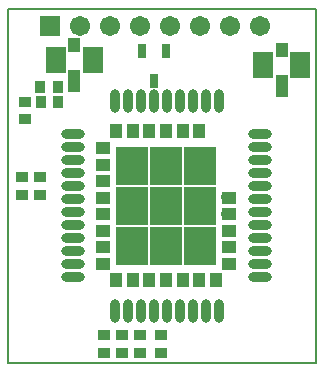
<source format=gts>
%FSLAX25Y25*%
%MOIN*%
G70*
G01*
G75*
G04 Layer_Color=8388736*
%ADD10C,0.01000*%
%ADD11C,0.01500*%
%ADD12C,0.02000*%
%ADD13R,0.02362X0.03937*%
%ADD14R,0.03347X0.02756*%
%ADD15R,0.02756X0.03347*%
%ADD16R,0.03150X0.03937*%
%ADD17R,0.06000X0.07874*%
%ADD18R,0.03150X0.07000*%
%ADD19R,0.03937X0.03150*%
%ADD20R,0.09843X0.11811*%
%ADD21O,0.07087X0.02362*%
%ADD22O,0.02362X0.07087*%
%ADD23C,0.01200*%
%ADD24C,0.00800*%
%ADD25R,0.12700X0.10700*%
%ADD26R,0.06900X0.08800*%
%ADD27C,0.00500*%
%ADD28C,0.05906*%
%ADD29R,0.05906X0.05906*%
%ADD30C,0.02000*%
%ADD31C,0.04000*%
%ADD32R,0.11811X0.08661*%
%ADD33R,0.02559X0.04843*%
%ADD34R,0.02756X0.08268*%
%ADD35R,0.01575X0.03347*%
%ADD36R,0.05906X0.03937*%
%ADD37R,0.12100X0.10500*%
%ADD38R,0.22700X0.10400*%
%ADD39R,0.10900X0.05300*%
%ADD40R,0.07200X0.31400*%
%ADD41C,0.00400*%
%ADD42R,0.03162X0.04737*%
%ADD43R,0.04147X0.03556*%
%ADD44R,0.03556X0.04147*%
%ADD45R,0.03950X0.04737*%
%ADD46R,0.06800X0.08674*%
%ADD47R,0.03950X0.07800*%
%ADD48R,0.04737X0.03950*%
%ADD49R,0.10642X0.12611*%
%ADD50O,0.07887X0.03162*%
%ADD51O,0.03162X0.07887*%
%ADD52C,0.06706*%
%ADD53R,0.06706X0.06706*%
%ADD54C,0.02800*%
D27*
X0Y0D02*
X102362D01*
X0Y-118110D02*
Y0D01*
Y-118110D02*
X102362D01*
Y0D01*
D42*
X52400Y-14100D02*
D03*
X48463Y-23943D02*
D03*
X44526Y-14100D02*
D03*
D43*
X4600Y-61945D02*
D03*
Y-56039D02*
D03*
X10600Y-56094D02*
D03*
Y-62000D02*
D03*
X5500Y-36805D02*
D03*
Y-30900D02*
D03*
X50700Y-114700D02*
D03*
Y-108794D02*
D03*
X37933Y-114700D02*
D03*
Y-108794D02*
D03*
X43900Y-114700D02*
D03*
Y-108794D02*
D03*
X31800Y-114700D02*
D03*
Y-108794D02*
D03*
D44*
X10700Y-30900D02*
D03*
X16605D02*
D03*
X10594Y-26000D02*
D03*
X16500D02*
D03*
D45*
X91100Y-13500D02*
D03*
X22000Y-11900D02*
D03*
X69038Y-90458D02*
D03*
X63526D02*
D03*
X58014D02*
D03*
X52502D02*
D03*
X46990D02*
D03*
X41479D02*
D03*
X63526Y-40816D02*
D03*
X46990D02*
D03*
X41479D02*
D03*
X35967D02*
D03*
X52502D02*
D03*
X58014D02*
D03*
X35967Y-90458D02*
D03*
D46*
X84964Y-18500D02*
D03*
X97200Y-18600D02*
D03*
X15864Y-16900D02*
D03*
X28100Y-17000D02*
D03*
D47*
X91100Y-25736D02*
D03*
X22000Y-24136D02*
D03*
D48*
X73569Y-79435D02*
D03*
Y-68411D02*
D03*
Y-62899D02*
D03*
X31436Y-73923D02*
D03*
Y-68411D02*
D03*
Y-57387D02*
D03*
Y-46364D02*
D03*
Y-51876D02*
D03*
Y-62899D02*
D03*
Y-79435D02*
D03*
Y-84946D02*
D03*
X73569D02*
D03*
Y-73923D02*
D03*
D49*
X52502Y-79005D02*
D03*
X63920D02*
D03*
X41085D02*
D03*
X52502Y-65619D02*
D03*
X41085D02*
D03*
X52502Y-52233D02*
D03*
X63920D02*
D03*
X41085D02*
D03*
X63920Y-65619D02*
D03*
D50*
X83998Y-50461D02*
D03*
Y-85107D02*
D03*
X21400Y-89438D02*
D03*
Y-41800D02*
D03*
Y-46131D02*
D03*
Y-50461D02*
D03*
Y-54792D02*
D03*
Y-59123D02*
D03*
Y-63454D02*
D03*
Y-67784D02*
D03*
Y-72115D02*
D03*
Y-76446D02*
D03*
Y-80776D02*
D03*
Y-85107D02*
D03*
X83998Y-41800D02*
D03*
Y-46131D02*
D03*
Y-54792D02*
D03*
Y-59123D02*
D03*
Y-63454D02*
D03*
Y-67784D02*
D03*
Y-72115D02*
D03*
Y-76446D02*
D03*
Y-89438D02*
D03*
Y-80776D02*
D03*
D51*
X35376Y-30580D02*
D03*
X52699Y-100658D02*
D03*
X48368D02*
D03*
X44038D02*
D03*
X35376D02*
D03*
X70022Y-30580D02*
D03*
X65691D02*
D03*
X61361D02*
D03*
X57030D02*
D03*
X52699D02*
D03*
X48368D02*
D03*
X44038D02*
D03*
X39707D02*
D03*
X57030Y-100658D02*
D03*
X61361D02*
D03*
X65691D02*
D03*
X70022D02*
D03*
X39707D02*
D03*
D52*
X83900Y-5600D02*
D03*
X73900D02*
D03*
X63900D02*
D03*
X53900D02*
D03*
X43900D02*
D03*
X33900D02*
D03*
X23900D02*
D03*
D53*
X13900D02*
D03*
D54*
X72200Y-68400D02*
D03*
X72300Y-62800D02*
D03*
M02*

</source>
